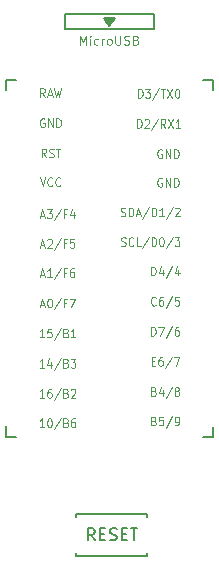
<source format=gbr>
G04 #@! TF.GenerationSoftware,KiCad,Pcbnew,(5.1.10)-1*
G04 #@! TF.CreationDate,2021-05-16T22:15:22-07:00*
G04 #@! TF.ProjectId,mkbd-guide,6d6b6264-2d67-4756-9964-652e6b696361,rev?*
G04 #@! TF.SameCoordinates,Original*
G04 #@! TF.FileFunction,Legend,Top*
G04 #@! TF.FilePolarity,Positive*
%FSLAX46Y46*%
G04 Gerber Fmt 4.6, Leading zero omitted, Abs format (unit mm)*
G04 Created by KiCad (PCBNEW (5.1.10)-1) date 2021-05-16 22:15:22*
%MOMM*%
%LPD*%
G01*
G04 APERTURE LIST*
%ADD10C,0.150000*%
%ADD11C,0.120000*%
%ADD12C,0.125000*%
%ADD13C,0.200000*%
%ADD14C,4.000000*%
%ADD15C,1.900000*%
%ADD16C,2.000000*%
G04 APERTURE END LIST*
D10*
X149156250Y-109618750D02*
X148296250Y-109618750D01*
X131656250Y-109618750D02*
X132506250Y-109618750D01*
X149156250Y-108768750D02*
X149156250Y-109618750D01*
X131656250Y-108718750D02*
X131656250Y-109618750D01*
X149156250Y-79418750D02*
X148356250Y-79418750D01*
X131656250Y-79418750D02*
X132506250Y-79418750D01*
X149156250Y-79418750D02*
X149156250Y-80268750D01*
X131656250Y-79418750D02*
X131656250Y-80268750D01*
X136656250Y-73818750D02*
X136656250Y-75118750D01*
X136656250Y-75118750D02*
X144156250Y-75118750D01*
X144156250Y-75118750D02*
X144156250Y-73818750D01*
X144156250Y-73818750D02*
X136656250Y-73818750D01*
X139906250Y-74168750D02*
X140906250Y-74168750D01*
X140906250Y-74168750D02*
X140406250Y-74818750D01*
X140406250Y-74818750D02*
X139906250Y-74168750D01*
X140056250Y-74318750D02*
X140756250Y-74318750D01*
X140156250Y-74468750D02*
X140656250Y-74468750D01*
X140256250Y-74618750D02*
X140556250Y-74618750D01*
X143606250Y-116168750D02*
X143606250Y-116418750D01*
X137606250Y-116168750D02*
X143606250Y-116168750D01*
X137606250Y-116168750D02*
X137606250Y-116418750D01*
X137606250Y-119668750D02*
X137606250Y-119418750D01*
X143606250Y-119668750D02*
X143606250Y-119418750D01*
X137606250Y-119668750D02*
X143606250Y-119668750D01*
D11*
X137909821Y-76408035D02*
X137909821Y-75658035D01*
X138159821Y-76193750D01*
X138409821Y-75658035D01*
X138409821Y-76408035D01*
X138766964Y-76408035D02*
X138766964Y-75908035D01*
X138766964Y-75658035D02*
X138731250Y-75693750D01*
X138766964Y-75729464D01*
X138802678Y-75693750D01*
X138766964Y-75658035D01*
X138766964Y-75729464D01*
X139445535Y-76372321D02*
X139374107Y-76408035D01*
X139231250Y-76408035D01*
X139159821Y-76372321D01*
X139124107Y-76336607D01*
X139088392Y-76265178D01*
X139088392Y-76050892D01*
X139124107Y-75979464D01*
X139159821Y-75943750D01*
X139231250Y-75908035D01*
X139374107Y-75908035D01*
X139445535Y-75943750D01*
X139766964Y-76408035D02*
X139766964Y-75908035D01*
X139766964Y-76050892D02*
X139802678Y-75979464D01*
X139838392Y-75943750D01*
X139909821Y-75908035D01*
X139981250Y-75908035D01*
X140338392Y-76408035D02*
X140266964Y-76372321D01*
X140231250Y-76336607D01*
X140195535Y-76265178D01*
X140195535Y-76050892D01*
X140231250Y-75979464D01*
X140266964Y-75943750D01*
X140338392Y-75908035D01*
X140445535Y-75908035D01*
X140516964Y-75943750D01*
X140552678Y-75979464D01*
X140588392Y-76050892D01*
X140588392Y-76265178D01*
X140552678Y-76336607D01*
X140516964Y-76372321D01*
X140445535Y-76408035D01*
X140338392Y-76408035D01*
X140909821Y-75658035D02*
X140909821Y-76265178D01*
X140945535Y-76336607D01*
X140981250Y-76372321D01*
X141052678Y-76408035D01*
X141195535Y-76408035D01*
X141266964Y-76372321D01*
X141302678Y-76336607D01*
X141338392Y-76265178D01*
X141338392Y-75658035D01*
X141659821Y-76372321D02*
X141766964Y-76408035D01*
X141945535Y-76408035D01*
X142016964Y-76372321D01*
X142052678Y-76336607D01*
X142088392Y-76265178D01*
X142088392Y-76193750D01*
X142052678Y-76122321D01*
X142016964Y-76086607D01*
X141945535Y-76050892D01*
X141802678Y-76015178D01*
X141731250Y-75979464D01*
X141695535Y-75943750D01*
X141659821Y-75872321D01*
X141659821Y-75800892D01*
X141695535Y-75729464D01*
X141731250Y-75693750D01*
X141802678Y-75658035D01*
X141981250Y-75658035D01*
X142088392Y-75693750D01*
X142659821Y-76015178D02*
X142766964Y-76050892D01*
X142802678Y-76086607D01*
X142838392Y-76158035D01*
X142838392Y-76265178D01*
X142802678Y-76336607D01*
X142766964Y-76372321D01*
X142695535Y-76408035D01*
X142409821Y-76408035D01*
X142409821Y-75658035D01*
X142659821Y-75658035D01*
X142731250Y-75693750D01*
X142766964Y-75729464D01*
X142802678Y-75800892D01*
X142802678Y-75872321D01*
X142766964Y-75943750D01*
X142731250Y-75979464D01*
X142659821Y-76015178D01*
X142409821Y-76015178D01*
X137909821Y-76408035D02*
X137909821Y-75658035D01*
X138159821Y-76193750D01*
X138409821Y-75658035D01*
X138409821Y-76408035D01*
X138766964Y-76408035D02*
X138766964Y-75908035D01*
X138766964Y-75658035D02*
X138731250Y-75693750D01*
X138766964Y-75729464D01*
X138802678Y-75693750D01*
X138766964Y-75658035D01*
X138766964Y-75729464D01*
X139445535Y-76372321D02*
X139374107Y-76408035D01*
X139231250Y-76408035D01*
X139159821Y-76372321D01*
X139124107Y-76336607D01*
X139088392Y-76265178D01*
X139088392Y-76050892D01*
X139124107Y-75979464D01*
X139159821Y-75943750D01*
X139231250Y-75908035D01*
X139374107Y-75908035D01*
X139445535Y-75943750D01*
X139766964Y-76408035D02*
X139766964Y-75908035D01*
X139766964Y-76050892D02*
X139802678Y-75979464D01*
X139838392Y-75943750D01*
X139909821Y-75908035D01*
X139981250Y-75908035D01*
X140338392Y-76408035D02*
X140266964Y-76372321D01*
X140231250Y-76336607D01*
X140195535Y-76265178D01*
X140195535Y-76050892D01*
X140231250Y-75979464D01*
X140266964Y-75943750D01*
X140338392Y-75908035D01*
X140445535Y-75908035D01*
X140516964Y-75943750D01*
X140552678Y-75979464D01*
X140588392Y-76050892D01*
X140588392Y-76265178D01*
X140552678Y-76336607D01*
X140516964Y-76372321D01*
X140445535Y-76408035D01*
X140338392Y-76408035D01*
X140909821Y-75658035D02*
X140909821Y-76265178D01*
X140945535Y-76336607D01*
X140981250Y-76372321D01*
X141052678Y-76408035D01*
X141195535Y-76408035D01*
X141266964Y-76372321D01*
X141302678Y-76336607D01*
X141338392Y-76265178D01*
X141338392Y-75658035D01*
X141659821Y-76372321D02*
X141766964Y-76408035D01*
X141945535Y-76408035D01*
X142016964Y-76372321D01*
X142052678Y-76336607D01*
X142088392Y-76265178D01*
X142088392Y-76193750D01*
X142052678Y-76122321D01*
X142016964Y-76086607D01*
X141945535Y-76050892D01*
X141802678Y-76015178D01*
X141731250Y-75979464D01*
X141695535Y-75943750D01*
X141659821Y-75872321D01*
X141659821Y-75800892D01*
X141695535Y-75729464D01*
X141731250Y-75693750D01*
X141802678Y-75658035D01*
X141981250Y-75658035D01*
X142088392Y-75693750D01*
X142659821Y-76015178D02*
X142766964Y-76050892D01*
X142802678Y-76086607D01*
X142838392Y-76158035D01*
X142838392Y-76265178D01*
X142802678Y-76336607D01*
X142766964Y-76372321D01*
X142695535Y-76408035D01*
X142409821Y-76408035D01*
X142409821Y-75658035D01*
X142659821Y-75658035D01*
X142731250Y-75693750D01*
X142766964Y-75729464D01*
X142802678Y-75800892D01*
X142802678Y-75872321D01*
X142766964Y-75943750D01*
X142731250Y-75979464D01*
X142659821Y-76015178D01*
X142409821Y-76015178D01*
D12*
X144170059Y-105765178D02*
X144265773Y-105800892D01*
X144297678Y-105836607D01*
X144329583Y-105908035D01*
X144329583Y-106015178D01*
X144297678Y-106086607D01*
X144265773Y-106122321D01*
X144201964Y-106158035D01*
X143946726Y-106158035D01*
X143946726Y-105408035D01*
X144170059Y-105408035D01*
X144233869Y-105443750D01*
X144265773Y-105479464D01*
X144297678Y-105550892D01*
X144297678Y-105622321D01*
X144265773Y-105693750D01*
X144233869Y-105729464D01*
X144170059Y-105765178D01*
X143946726Y-105765178D01*
X144903869Y-105658035D02*
X144903869Y-106158035D01*
X144744345Y-105372321D02*
X144584821Y-105908035D01*
X144999583Y-105908035D01*
X145733392Y-105372321D02*
X145159107Y-106336607D01*
X146052440Y-105729464D02*
X145988630Y-105693750D01*
X145956726Y-105658035D01*
X145924821Y-105586607D01*
X145924821Y-105550892D01*
X145956726Y-105479464D01*
X145988630Y-105443750D01*
X146052440Y-105408035D01*
X146180059Y-105408035D01*
X146243869Y-105443750D01*
X146275773Y-105479464D01*
X146307678Y-105550892D01*
X146307678Y-105586607D01*
X146275773Y-105658035D01*
X146243869Y-105693750D01*
X146180059Y-105729464D01*
X146052440Y-105729464D01*
X145988630Y-105765178D01*
X145956726Y-105800892D01*
X145924821Y-105872321D01*
X145924821Y-106015178D01*
X145956726Y-106086607D01*
X145988630Y-106122321D01*
X146052440Y-106158035D01*
X146180059Y-106158035D01*
X146243869Y-106122321D01*
X146275773Y-106086607D01*
X146307678Y-106015178D01*
X146307678Y-105872321D01*
X146275773Y-105800892D01*
X146243869Y-105765178D01*
X146180059Y-105729464D01*
X142742678Y-83458035D02*
X142742678Y-82708035D01*
X142902202Y-82708035D01*
X142997916Y-82743750D01*
X143061726Y-82815178D01*
X143093630Y-82886607D01*
X143125535Y-83029464D01*
X143125535Y-83136607D01*
X143093630Y-83279464D01*
X143061726Y-83350892D01*
X142997916Y-83422321D01*
X142902202Y-83458035D01*
X142742678Y-83458035D01*
X143380773Y-82779464D02*
X143412678Y-82743750D01*
X143476488Y-82708035D01*
X143636011Y-82708035D01*
X143699821Y-82743750D01*
X143731726Y-82779464D01*
X143763630Y-82850892D01*
X143763630Y-82922321D01*
X143731726Y-83029464D01*
X143348869Y-83458035D01*
X143763630Y-83458035D01*
X144529345Y-82672321D02*
X143955059Y-83636607D01*
X145135535Y-83458035D02*
X144912202Y-83100892D01*
X144752678Y-83458035D02*
X144752678Y-82708035D01*
X145007916Y-82708035D01*
X145071726Y-82743750D01*
X145103630Y-82779464D01*
X145135535Y-82850892D01*
X145135535Y-82958035D01*
X145103630Y-83029464D01*
X145071726Y-83065178D01*
X145007916Y-83100892D01*
X144752678Y-83100892D01*
X145358869Y-82708035D02*
X145805535Y-83458035D01*
X145805535Y-82708035D02*
X145358869Y-83458035D01*
X146411726Y-83458035D02*
X146028869Y-83458035D01*
X146220297Y-83458035D02*
X146220297Y-82708035D01*
X146156488Y-82815178D01*
X146092678Y-82886607D01*
X146028869Y-82922321D01*
X144170059Y-108265178D02*
X144265773Y-108300892D01*
X144297678Y-108336607D01*
X144329583Y-108408035D01*
X144329583Y-108515178D01*
X144297678Y-108586607D01*
X144265773Y-108622321D01*
X144201964Y-108658035D01*
X143946726Y-108658035D01*
X143946726Y-107908035D01*
X144170059Y-107908035D01*
X144233869Y-107943750D01*
X144265773Y-107979464D01*
X144297678Y-108050892D01*
X144297678Y-108122321D01*
X144265773Y-108193750D01*
X144233869Y-108229464D01*
X144170059Y-108265178D01*
X143946726Y-108265178D01*
X144935773Y-107908035D02*
X144616726Y-107908035D01*
X144584821Y-108265178D01*
X144616726Y-108229464D01*
X144680535Y-108193750D01*
X144840059Y-108193750D01*
X144903869Y-108229464D01*
X144935773Y-108265178D01*
X144967678Y-108336607D01*
X144967678Y-108515178D01*
X144935773Y-108586607D01*
X144903869Y-108622321D01*
X144840059Y-108658035D01*
X144680535Y-108658035D01*
X144616726Y-108622321D01*
X144584821Y-108586607D01*
X145733392Y-107872321D02*
X145159107Y-108836607D01*
X145988630Y-108658035D02*
X146116250Y-108658035D01*
X146180059Y-108622321D01*
X146211964Y-108586607D01*
X146275773Y-108479464D01*
X146307678Y-108336607D01*
X146307678Y-108050892D01*
X146275773Y-107979464D01*
X146243869Y-107943750D01*
X146180059Y-107908035D01*
X146052440Y-107908035D01*
X145988630Y-107943750D01*
X145956726Y-107979464D01*
X145924821Y-108050892D01*
X145924821Y-108229464D01*
X145956726Y-108300892D01*
X145988630Y-108336607D01*
X146052440Y-108372321D01*
X146180059Y-108372321D01*
X146243869Y-108336607D01*
X146275773Y-108300892D01*
X146307678Y-108229464D01*
X144329583Y-98436607D02*
X144297678Y-98472321D01*
X144201964Y-98508035D01*
X144138154Y-98508035D01*
X144042440Y-98472321D01*
X143978630Y-98400892D01*
X143946726Y-98329464D01*
X143914821Y-98186607D01*
X143914821Y-98079464D01*
X143946726Y-97936607D01*
X143978630Y-97865178D01*
X144042440Y-97793750D01*
X144138154Y-97758035D01*
X144201964Y-97758035D01*
X144297678Y-97793750D01*
X144329583Y-97829464D01*
X144903869Y-97758035D02*
X144776250Y-97758035D01*
X144712440Y-97793750D01*
X144680535Y-97829464D01*
X144616726Y-97936607D01*
X144584821Y-98079464D01*
X144584821Y-98365178D01*
X144616726Y-98436607D01*
X144648630Y-98472321D01*
X144712440Y-98508035D01*
X144840059Y-98508035D01*
X144903869Y-98472321D01*
X144935773Y-98436607D01*
X144967678Y-98365178D01*
X144967678Y-98186607D01*
X144935773Y-98115178D01*
X144903869Y-98079464D01*
X144840059Y-98043750D01*
X144712440Y-98043750D01*
X144648630Y-98079464D01*
X144616726Y-98115178D01*
X144584821Y-98186607D01*
X145733392Y-97722321D02*
X145159107Y-98686607D01*
X146275773Y-97758035D02*
X145956726Y-97758035D01*
X145924821Y-98115178D01*
X145956726Y-98079464D01*
X146020535Y-98043750D01*
X146180059Y-98043750D01*
X146243869Y-98079464D01*
X146275773Y-98115178D01*
X146307678Y-98186607D01*
X146307678Y-98365178D01*
X146275773Y-98436607D01*
X146243869Y-98472321D01*
X146180059Y-98508035D01*
X146020535Y-98508035D01*
X145956726Y-98472321D01*
X145924821Y-98436607D01*
X141388630Y-93422321D02*
X141484345Y-93458035D01*
X141643869Y-93458035D01*
X141707678Y-93422321D01*
X141739583Y-93386607D01*
X141771488Y-93315178D01*
X141771488Y-93243750D01*
X141739583Y-93172321D01*
X141707678Y-93136607D01*
X141643869Y-93100892D01*
X141516250Y-93065178D01*
X141452440Y-93029464D01*
X141420535Y-92993750D01*
X141388630Y-92922321D01*
X141388630Y-92850892D01*
X141420535Y-92779464D01*
X141452440Y-92743750D01*
X141516250Y-92708035D01*
X141675773Y-92708035D01*
X141771488Y-92743750D01*
X142441488Y-93386607D02*
X142409583Y-93422321D01*
X142313869Y-93458035D01*
X142250059Y-93458035D01*
X142154345Y-93422321D01*
X142090535Y-93350892D01*
X142058630Y-93279464D01*
X142026726Y-93136607D01*
X142026726Y-93029464D01*
X142058630Y-92886607D01*
X142090535Y-92815178D01*
X142154345Y-92743750D01*
X142250059Y-92708035D01*
X142313869Y-92708035D01*
X142409583Y-92743750D01*
X142441488Y-92779464D01*
X143047678Y-93458035D02*
X142728630Y-93458035D01*
X142728630Y-92708035D01*
X143749583Y-92672321D02*
X143175297Y-93636607D01*
X143972916Y-93458035D02*
X143972916Y-92708035D01*
X144132440Y-92708035D01*
X144228154Y-92743750D01*
X144291964Y-92815178D01*
X144323869Y-92886607D01*
X144355773Y-93029464D01*
X144355773Y-93136607D01*
X144323869Y-93279464D01*
X144291964Y-93350892D01*
X144228154Y-93422321D01*
X144132440Y-93458035D01*
X143972916Y-93458035D01*
X144770535Y-92708035D02*
X144834345Y-92708035D01*
X144898154Y-92743750D01*
X144930059Y-92779464D01*
X144961964Y-92850892D01*
X144993869Y-92993750D01*
X144993869Y-93172321D01*
X144961964Y-93315178D01*
X144930059Y-93386607D01*
X144898154Y-93422321D01*
X144834345Y-93458035D01*
X144770535Y-93458035D01*
X144706726Y-93422321D01*
X144674821Y-93386607D01*
X144642916Y-93315178D01*
X144611011Y-93172321D01*
X144611011Y-92993750D01*
X144642916Y-92850892D01*
X144674821Y-92779464D01*
X144706726Y-92743750D01*
X144770535Y-92708035D01*
X145759583Y-92672321D02*
X145185297Y-93636607D01*
X145919107Y-92708035D02*
X146333869Y-92708035D01*
X146110535Y-92993750D01*
X146206250Y-92993750D01*
X146270059Y-93029464D01*
X146301964Y-93065178D01*
X146333869Y-93136607D01*
X146333869Y-93315178D01*
X146301964Y-93386607D01*
X146270059Y-93422321D01*
X146206250Y-93458035D01*
X146014821Y-93458035D01*
X145951011Y-93422321D01*
X145919107Y-93386607D01*
X141372678Y-90922321D02*
X141468392Y-90958035D01*
X141627916Y-90958035D01*
X141691726Y-90922321D01*
X141723630Y-90886607D01*
X141755535Y-90815178D01*
X141755535Y-90743750D01*
X141723630Y-90672321D01*
X141691726Y-90636607D01*
X141627916Y-90600892D01*
X141500297Y-90565178D01*
X141436488Y-90529464D01*
X141404583Y-90493750D01*
X141372678Y-90422321D01*
X141372678Y-90350892D01*
X141404583Y-90279464D01*
X141436488Y-90243750D01*
X141500297Y-90208035D01*
X141659821Y-90208035D01*
X141755535Y-90243750D01*
X142042678Y-90958035D02*
X142042678Y-90208035D01*
X142202202Y-90208035D01*
X142297916Y-90243750D01*
X142361726Y-90315178D01*
X142393630Y-90386607D01*
X142425535Y-90529464D01*
X142425535Y-90636607D01*
X142393630Y-90779464D01*
X142361726Y-90850892D01*
X142297916Y-90922321D01*
X142202202Y-90958035D01*
X142042678Y-90958035D01*
X142680773Y-90743750D02*
X142999821Y-90743750D01*
X142616964Y-90958035D02*
X142840297Y-90208035D01*
X143063630Y-90958035D01*
X143765535Y-90172321D02*
X143191250Y-91136607D01*
X143988869Y-90958035D02*
X143988869Y-90208035D01*
X144148392Y-90208035D01*
X144244107Y-90243750D01*
X144307916Y-90315178D01*
X144339821Y-90386607D01*
X144371726Y-90529464D01*
X144371726Y-90636607D01*
X144339821Y-90779464D01*
X144307916Y-90850892D01*
X144244107Y-90922321D01*
X144148392Y-90958035D01*
X143988869Y-90958035D01*
X145009821Y-90958035D02*
X144626964Y-90958035D01*
X144818392Y-90958035D02*
X144818392Y-90208035D01*
X144754583Y-90315178D01*
X144690773Y-90386607D01*
X144626964Y-90422321D01*
X145775535Y-90172321D02*
X145201250Y-91136607D01*
X145966964Y-90279464D02*
X145998869Y-90243750D01*
X146062678Y-90208035D01*
X146222202Y-90208035D01*
X146286011Y-90243750D01*
X146317916Y-90279464D01*
X146349821Y-90350892D01*
X146349821Y-90422321D01*
X146317916Y-90529464D01*
X145935059Y-90958035D01*
X146349821Y-90958035D01*
X143946726Y-95958035D02*
X143946726Y-95208035D01*
X144106250Y-95208035D01*
X144201964Y-95243750D01*
X144265773Y-95315178D01*
X144297678Y-95386607D01*
X144329583Y-95529464D01*
X144329583Y-95636607D01*
X144297678Y-95779464D01*
X144265773Y-95850892D01*
X144201964Y-95922321D01*
X144106250Y-95958035D01*
X143946726Y-95958035D01*
X144903869Y-95458035D02*
X144903869Y-95958035D01*
X144744345Y-95172321D02*
X144584821Y-95708035D01*
X144999583Y-95708035D01*
X145733392Y-95172321D02*
X145159107Y-96136607D01*
X146243869Y-95458035D02*
X146243869Y-95958035D01*
X146084345Y-95172321D02*
X145924821Y-95708035D01*
X146339583Y-95708035D01*
X142822440Y-80908035D02*
X142822440Y-80158035D01*
X142981964Y-80158035D01*
X143077678Y-80193750D01*
X143141488Y-80265178D01*
X143173392Y-80336607D01*
X143205297Y-80479464D01*
X143205297Y-80586607D01*
X143173392Y-80729464D01*
X143141488Y-80800892D01*
X143077678Y-80872321D01*
X142981964Y-80908035D01*
X142822440Y-80908035D01*
X143428630Y-80158035D02*
X143843392Y-80158035D01*
X143620059Y-80443750D01*
X143715773Y-80443750D01*
X143779583Y-80479464D01*
X143811488Y-80515178D01*
X143843392Y-80586607D01*
X143843392Y-80765178D01*
X143811488Y-80836607D01*
X143779583Y-80872321D01*
X143715773Y-80908035D01*
X143524345Y-80908035D01*
X143460535Y-80872321D01*
X143428630Y-80836607D01*
X144609107Y-80122321D02*
X144034821Y-81086607D01*
X144736726Y-80158035D02*
X145119583Y-80158035D01*
X144928154Y-80908035D02*
X144928154Y-80158035D01*
X145279107Y-80158035D02*
X145725773Y-80908035D01*
X145725773Y-80158035D02*
X145279107Y-80908035D01*
X146108630Y-80158035D02*
X146172440Y-80158035D01*
X146236250Y-80193750D01*
X146268154Y-80229464D01*
X146300059Y-80300892D01*
X146331964Y-80443750D01*
X146331964Y-80622321D01*
X146300059Y-80765178D01*
X146268154Y-80836607D01*
X146236250Y-80872321D01*
X146172440Y-80908035D01*
X146108630Y-80908035D01*
X146044821Y-80872321D01*
X146012916Y-80836607D01*
X145981011Y-80765178D01*
X145949107Y-80622321D01*
X145949107Y-80443750D01*
X145981011Y-80300892D01*
X146012916Y-80229464D01*
X146044821Y-80193750D01*
X146108630Y-80158035D01*
X144850773Y-87743750D02*
X144786964Y-87708035D01*
X144691250Y-87708035D01*
X144595535Y-87743750D01*
X144531726Y-87815178D01*
X144499821Y-87886607D01*
X144467916Y-88029464D01*
X144467916Y-88136607D01*
X144499821Y-88279464D01*
X144531726Y-88350892D01*
X144595535Y-88422321D01*
X144691250Y-88458035D01*
X144755059Y-88458035D01*
X144850773Y-88422321D01*
X144882678Y-88386607D01*
X144882678Y-88136607D01*
X144755059Y-88136607D01*
X145169821Y-88458035D02*
X145169821Y-87708035D01*
X145552678Y-88458035D01*
X145552678Y-87708035D01*
X145871726Y-88458035D02*
X145871726Y-87708035D01*
X146031250Y-87708035D01*
X146126964Y-87743750D01*
X146190773Y-87815178D01*
X146222678Y-87886607D01*
X146254583Y-88029464D01*
X146254583Y-88136607D01*
X146222678Y-88279464D01*
X146190773Y-88350892D01*
X146126964Y-88422321D01*
X146031250Y-88458035D01*
X145871726Y-88458035D01*
X144850773Y-85293750D02*
X144786964Y-85258035D01*
X144691250Y-85258035D01*
X144595535Y-85293750D01*
X144531726Y-85365178D01*
X144499821Y-85436607D01*
X144467916Y-85579464D01*
X144467916Y-85686607D01*
X144499821Y-85829464D01*
X144531726Y-85900892D01*
X144595535Y-85972321D01*
X144691250Y-86008035D01*
X144755059Y-86008035D01*
X144850773Y-85972321D01*
X144882678Y-85936607D01*
X144882678Y-85686607D01*
X144755059Y-85686607D01*
X145169821Y-86008035D02*
X145169821Y-85258035D01*
X145552678Y-86008035D01*
X145552678Y-85258035D01*
X145871726Y-86008035D02*
X145871726Y-85258035D01*
X146031250Y-85258035D01*
X146126964Y-85293750D01*
X146190773Y-85365178D01*
X146222678Y-85436607D01*
X146254583Y-85579464D01*
X146254583Y-85686607D01*
X146222678Y-85829464D01*
X146190773Y-85900892D01*
X146126964Y-85972321D01*
X146031250Y-86008035D01*
X145871726Y-86008035D01*
X143946726Y-101058035D02*
X143946726Y-100308035D01*
X144106250Y-100308035D01*
X144201964Y-100343750D01*
X144265773Y-100415178D01*
X144297678Y-100486607D01*
X144329583Y-100629464D01*
X144329583Y-100736607D01*
X144297678Y-100879464D01*
X144265773Y-100950892D01*
X144201964Y-101022321D01*
X144106250Y-101058035D01*
X143946726Y-101058035D01*
X144552916Y-100308035D02*
X144999583Y-100308035D01*
X144712440Y-101058035D01*
X145733392Y-100272321D02*
X145159107Y-101236607D01*
X146243869Y-100308035D02*
X146116250Y-100308035D01*
X146052440Y-100343750D01*
X146020535Y-100379464D01*
X145956726Y-100486607D01*
X145924821Y-100629464D01*
X145924821Y-100915178D01*
X145956726Y-100986607D01*
X145988630Y-101022321D01*
X146052440Y-101058035D01*
X146180059Y-101058035D01*
X146243869Y-101022321D01*
X146275773Y-100986607D01*
X146307678Y-100915178D01*
X146307678Y-100736607D01*
X146275773Y-100665178D01*
X146243869Y-100629464D01*
X146180059Y-100593750D01*
X146052440Y-100593750D01*
X145988630Y-100629464D01*
X145956726Y-100665178D01*
X145924821Y-100736607D01*
X143978630Y-103215178D02*
X144201964Y-103215178D01*
X144297678Y-103608035D02*
X143978630Y-103608035D01*
X143978630Y-102858035D01*
X144297678Y-102858035D01*
X144871964Y-102858035D02*
X144744345Y-102858035D01*
X144680535Y-102893750D01*
X144648630Y-102929464D01*
X144584821Y-103036607D01*
X144552916Y-103179464D01*
X144552916Y-103465178D01*
X144584821Y-103536607D01*
X144616726Y-103572321D01*
X144680535Y-103608035D01*
X144808154Y-103608035D01*
X144871964Y-103572321D01*
X144903869Y-103536607D01*
X144935773Y-103465178D01*
X144935773Y-103286607D01*
X144903869Y-103215178D01*
X144871964Y-103179464D01*
X144808154Y-103143750D01*
X144680535Y-103143750D01*
X144616726Y-103179464D01*
X144584821Y-103215178D01*
X144552916Y-103286607D01*
X145701488Y-102822321D02*
X145127202Y-103786607D01*
X145861011Y-102858035D02*
X146307678Y-102858035D01*
X146020535Y-103608035D01*
X134878630Y-106308035D02*
X134495773Y-106308035D01*
X134687202Y-106308035D02*
X134687202Y-105558035D01*
X134623392Y-105665178D01*
X134559583Y-105736607D01*
X134495773Y-105772321D01*
X135452916Y-105558035D02*
X135325297Y-105558035D01*
X135261488Y-105593750D01*
X135229583Y-105629464D01*
X135165773Y-105736607D01*
X135133869Y-105879464D01*
X135133869Y-106165178D01*
X135165773Y-106236607D01*
X135197678Y-106272321D01*
X135261488Y-106308035D01*
X135389107Y-106308035D01*
X135452916Y-106272321D01*
X135484821Y-106236607D01*
X135516726Y-106165178D01*
X135516726Y-105986607D01*
X135484821Y-105915178D01*
X135452916Y-105879464D01*
X135389107Y-105843750D01*
X135261488Y-105843750D01*
X135197678Y-105879464D01*
X135165773Y-105915178D01*
X135133869Y-105986607D01*
X136282440Y-105522321D02*
X135708154Y-106486607D01*
X136729107Y-105915178D02*
X136824821Y-105950892D01*
X136856726Y-105986607D01*
X136888630Y-106058035D01*
X136888630Y-106165178D01*
X136856726Y-106236607D01*
X136824821Y-106272321D01*
X136761011Y-106308035D01*
X136505773Y-106308035D01*
X136505773Y-105558035D01*
X136729107Y-105558035D01*
X136792916Y-105593750D01*
X136824821Y-105629464D01*
X136856726Y-105700892D01*
X136856726Y-105772321D01*
X136824821Y-105843750D01*
X136792916Y-105879464D01*
X136729107Y-105915178D01*
X136505773Y-105915178D01*
X137143869Y-105629464D02*
X137175773Y-105593750D01*
X137239583Y-105558035D01*
X137399107Y-105558035D01*
X137462916Y-105593750D01*
X137494821Y-105629464D01*
X137526726Y-105700892D01*
X137526726Y-105772321D01*
X137494821Y-105879464D01*
X137111964Y-106308035D01*
X137526726Y-106308035D01*
X134878630Y-108808035D02*
X134495773Y-108808035D01*
X134687202Y-108808035D02*
X134687202Y-108058035D01*
X134623392Y-108165178D01*
X134559583Y-108236607D01*
X134495773Y-108272321D01*
X135293392Y-108058035D02*
X135357202Y-108058035D01*
X135421011Y-108093750D01*
X135452916Y-108129464D01*
X135484821Y-108200892D01*
X135516726Y-108343750D01*
X135516726Y-108522321D01*
X135484821Y-108665178D01*
X135452916Y-108736607D01*
X135421011Y-108772321D01*
X135357202Y-108808035D01*
X135293392Y-108808035D01*
X135229583Y-108772321D01*
X135197678Y-108736607D01*
X135165773Y-108665178D01*
X135133869Y-108522321D01*
X135133869Y-108343750D01*
X135165773Y-108200892D01*
X135197678Y-108129464D01*
X135229583Y-108093750D01*
X135293392Y-108058035D01*
X136282440Y-108022321D02*
X135708154Y-108986607D01*
X136729107Y-108415178D02*
X136824821Y-108450892D01*
X136856726Y-108486607D01*
X136888630Y-108558035D01*
X136888630Y-108665178D01*
X136856726Y-108736607D01*
X136824821Y-108772321D01*
X136761011Y-108808035D01*
X136505773Y-108808035D01*
X136505773Y-108058035D01*
X136729107Y-108058035D01*
X136792916Y-108093750D01*
X136824821Y-108129464D01*
X136856726Y-108200892D01*
X136856726Y-108272321D01*
X136824821Y-108343750D01*
X136792916Y-108379464D01*
X136729107Y-108415178D01*
X136505773Y-108415178D01*
X137462916Y-108058035D02*
X137335297Y-108058035D01*
X137271488Y-108093750D01*
X137239583Y-108129464D01*
X137175773Y-108236607D01*
X137143869Y-108379464D01*
X137143869Y-108665178D01*
X137175773Y-108736607D01*
X137207678Y-108772321D01*
X137271488Y-108808035D01*
X137399107Y-108808035D01*
X137462916Y-108772321D01*
X137494821Y-108736607D01*
X137526726Y-108665178D01*
X137526726Y-108486607D01*
X137494821Y-108415178D01*
X137462916Y-108379464D01*
X137399107Y-108343750D01*
X137271488Y-108343750D01*
X137207678Y-108379464D01*
X137175773Y-108415178D01*
X137143869Y-108486607D01*
X134878630Y-103758035D02*
X134495773Y-103758035D01*
X134687202Y-103758035D02*
X134687202Y-103008035D01*
X134623392Y-103115178D01*
X134559583Y-103186607D01*
X134495773Y-103222321D01*
X135452916Y-103258035D02*
X135452916Y-103758035D01*
X135293392Y-102972321D02*
X135133869Y-103508035D01*
X135548630Y-103508035D01*
X136282440Y-102972321D02*
X135708154Y-103936607D01*
X136729107Y-103365178D02*
X136824821Y-103400892D01*
X136856726Y-103436607D01*
X136888630Y-103508035D01*
X136888630Y-103615178D01*
X136856726Y-103686607D01*
X136824821Y-103722321D01*
X136761011Y-103758035D01*
X136505773Y-103758035D01*
X136505773Y-103008035D01*
X136729107Y-103008035D01*
X136792916Y-103043750D01*
X136824821Y-103079464D01*
X136856726Y-103150892D01*
X136856726Y-103222321D01*
X136824821Y-103293750D01*
X136792916Y-103329464D01*
X136729107Y-103365178D01*
X136505773Y-103365178D01*
X137111964Y-103008035D02*
X137526726Y-103008035D01*
X137303392Y-103293750D01*
X137399107Y-103293750D01*
X137462916Y-103329464D01*
X137494821Y-103365178D01*
X137526726Y-103436607D01*
X137526726Y-103615178D01*
X137494821Y-103686607D01*
X137462916Y-103722321D01*
X137399107Y-103758035D01*
X137207678Y-103758035D01*
X137143869Y-103722321D01*
X137111964Y-103686607D01*
X134878630Y-101208035D02*
X134495773Y-101208035D01*
X134687202Y-101208035D02*
X134687202Y-100458035D01*
X134623392Y-100565178D01*
X134559583Y-100636607D01*
X134495773Y-100672321D01*
X135484821Y-100458035D02*
X135165773Y-100458035D01*
X135133869Y-100815178D01*
X135165773Y-100779464D01*
X135229583Y-100743750D01*
X135389107Y-100743750D01*
X135452916Y-100779464D01*
X135484821Y-100815178D01*
X135516726Y-100886607D01*
X135516726Y-101065178D01*
X135484821Y-101136607D01*
X135452916Y-101172321D01*
X135389107Y-101208035D01*
X135229583Y-101208035D01*
X135165773Y-101172321D01*
X135133869Y-101136607D01*
X136282440Y-100422321D02*
X135708154Y-101386607D01*
X136729107Y-100815178D02*
X136824821Y-100850892D01*
X136856726Y-100886607D01*
X136888630Y-100958035D01*
X136888630Y-101065178D01*
X136856726Y-101136607D01*
X136824821Y-101172321D01*
X136761011Y-101208035D01*
X136505773Y-101208035D01*
X136505773Y-100458035D01*
X136729107Y-100458035D01*
X136792916Y-100493750D01*
X136824821Y-100529464D01*
X136856726Y-100600892D01*
X136856726Y-100672321D01*
X136824821Y-100743750D01*
X136792916Y-100779464D01*
X136729107Y-100815178D01*
X136505773Y-100815178D01*
X137526726Y-101208035D02*
X137143869Y-101208035D01*
X137335297Y-101208035D02*
X137335297Y-100458035D01*
X137271488Y-100565178D01*
X137207678Y-100636607D01*
X137143869Y-100672321D01*
X134575535Y-98443750D02*
X134894583Y-98443750D01*
X134511726Y-98658035D02*
X134735059Y-97908035D01*
X134958392Y-98658035D01*
X135309345Y-97908035D02*
X135373154Y-97908035D01*
X135436964Y-97943750D01*
X135468869Y-97979464D01*
X135500773Y-98050892D01*
X135532678Y-98193750D01*
X135532678Y-98372321D01*
X135500773Y-98515178D01*
X135468869Y-98586607D01*
X135436964Y-98622321D01*
X135373154Y-98658035D01*
X135309345Y-98658035D01*
X135245535Y-98622321D01*
X135213630Y-98586607D01*
X135181726Y-98515178D01*
X135149821Y-98372321D01*
X135149821Y-98193750D01*
X135181726Y-98050892D01*
X135213630Y-97979464D01*
X135245535Y-97943750D01*
X135309345Y-97908035D01*
X136298392Y-97872321D02*
X135724107Y-98836607D01*
X136745059Y-98265178D02*
X136521726Y-98265178D01*
X136521726Y-98658035D02*
X136521726Y-97908035D01*
X136840773Y-97908035D01*
X137032202Y-97908035D02*
X137478869Y-97908035D01*
X137191726Y-98658035D01*
X134575535Y-95893750D02*
X134894583Y-95893750D01*
X134511726Y-96108035D02*
X134735059Y-95358035D01*
X134958392Y-96108035D01*
X135532678Y-96108035D02*
X135149821Y-96108035D01*
X135341250Y-96108035D02*
X135341250Y-95358035D01*
X135277440Y-95465178D01*
X135213630Y-95536607D01*
X135149821Y-95572321D01*
X136298392Y-95322321D02*
X135724107Y-96286607D01*
X136745059Y-95715178D02*
X136521726Y-95715178D01*
X136521726Y-96108035D02*
X136521726Y-95358035D01*
X136840773Y-95358035D01*
X137383154Y-95358035D02*
X137255535Y-95358035D01*
X137191726Y-95393750D01*
X137159821Y-95429464D01*
X137096011Y-95536607D01*
X137064107Y-95679464D01*
X137064107Y-95965178D01*
X137096011Y-96036607D01*
X137127916Y-96072321D01*
X137191726Y-96108035D01*
X137319345Y-96108035D01*
X137383154Y-96072321D01*
X137415059Y-96036607D01*
X137446964Y-95965178D01*
X137446964Y-95786607D01*
X137415059Y-95715178D01*
X137383154Y-95679464D01*
X137319345Y-95643750D01*
X137191726Y-95643750D01*
X137127916Y-95679464D01*
X137096011Y-95715178D01*
X137064107Y-95786607D01*
X134575535Y-93393750D02*
X134894583Y-93393750D01*
X134511726Y-93608035D02*
X134735059Y-92858035D01*
X134958392Y-93608035D01*
X135149821Y-92929464D02*
X135181726Y-92893750D01*
X135245535Y-92858035D01*
X135405059Y-92858035D01*
X135468869Y-92893750D01*
X135500773Y-92929464D01*
X135532678Y-93000892D01*
X135532678Y-93072321D01*
X135500773Y-93179464D01*
X135117916Y-93608035D01*
X135532678Y-93608035D01*
X136298392Y-92822321D02*
X135724107Y-93786607D01*
X136745059Y-93215178D02*
X136521726Y-93215178D01*
X136521726Y-93608035D02*
X136521726Y-92858035D01*
X136840773Y-92858035D01*
X137415059Y-92858035D02*
X137096011Y-92858035D01*
X137064107Y-93215178D01*
X137096011Y-93179464D01*
X137159821Y-93143750D01*
X137319345Y-93143750D01*
X137383154Y-93179464D01*
X137415059Y-93215178D01*
X137446964Y-93286607D01*
X137446964Y-93465178D01*
X137415059Y-93536607D01*
X137383154Y-93572321D01*
X137319345Y-93608035D01*
X137159821Y-93608035D01*
X137096011Y-93572321D01*
X137064107Y-93536607D01*
X134575535Y-90893750D02*
X134894583Y-90893750D01*
X134511726Y-91108035D02*
X134735059Y-90358035D01*
X134958392Y-91108035D01*
X135117916Y-90358035D02*
X135532678Y-90358035D01*
X135309345Y-90643750D01*
X135405059Y-90643750D01*
X135468869Y-90679464D01*
X135500773Y-90715178D01*
X135532678Y-90786607D01*
X135532678Y-90965178D01*
X135500773Y-91036607D01*
X135468869Y-91072321D01*
X135405059Y-91108035D01*
X135213630Y-91108035D01*
X135149821Y-91072321D01*
X135117916Y-91036607D01*
X136298392Y-90322321D02*
X135724107Y-91286607D01*
X136745059Y-90715178D02*
X136521726Y-90715178D01*
X136521726Y-91108035D02*
X136521726Y-90358035D01*
X136840773Y-90358035D01*
X137383154Y-90608035D02*
X137383154Y-91108035D01*
X137223630Y-90322321D02*
X137064107Y-90858035D01*
X137478869Y-90858035D01*
X134517916Y-87658035D02*
X134741250Y-88408035D01*
X134964583Y-87658035D01*
X135570773Y-88336607D02*
X135538869Y-88372321D01*
X135443154Y-88408035D01*
X135379345Y-88408035D01*
X135283630Y-88372321D01*
X135219821Y-88300892D01*
X135187916Y-88229464D01*
X135156011Y-88086607D01*
X135156011Y-87979464D01*
X135187916Y-87836607D01*
X135219821Y-87765178D01*
X135283630Y-87693750D01*
X135379345Y-87658035D01*
X135443154Y-87658035D01*
X135538869Y-87693750D01*
X135570773Y-87729464D01*
X136240773Y-88336607D02*
X136208869Y-88372321D01*
X136113154Y-88408035D01*
X136049345Y-88408035D01*
X135953630Y-88372321D01*
X135889821Y-88300892D01*
X135857916Y-88229464D01*
X135826011Y-88086607D01*
X135826011Y-87979464D01*
X135857916Y-87836607D01*
X135889821Y-87765178D01*
X135953630Y-87693750D01*
X136049345Y-87658035D01*
X136113154Y-87658035D01*
X136208869Y-87693750D01*
X136240773Y-87729464D01*
X135044345Y-85958035D02*
X134821011Y-85600892D01*
X134661488Y-85958035D02*
X134661488Y-85208035D01*
X134916726Y-85208035D01*
X134980535Y-85243750D01*
X135012440Y-85279464D01*
X135044345Y-85350892D01*
X135044345Y-85458035D01*
X135012440Y-85529464D01*
X134980535Y-85565178D01*
X134916726Y-85600892D01*
X134661488Y-85600892D01*
X135299583Y-85922321D02*
X135395297Y-85958035D01*
X135554821Y-85958035D01*
X135618630Y-85922321D01*
X135650535Y-85886607D01*
X135682440Y-85815178D01*
X135682440Y-85743750D01*
X135650535Y-85672321D01*
X135618630Y-85636607D01*
X135554821Y-85600892D01*
X135427202Y-85565178D01*
X135363392Y-85529464D01*
X135331488Y-85493750D01*
X135299583Y-85422321D01*
X135299583Y-85350892D01*
X135331488Y-85279464D01*
X135363392Y-85243750D01*
X135427202Y-85208035D01*
X135586726Y-85208035D01*
X135682440Y-85243750D01*
X135873869Y-85208035D02*
X136256726Y-85208035D01*
X136065297Y-85958035D02*
X136065297Y-85208035D01*
X134900773Y-82693750D02*
X134836964Y-82658035D01*
X134741250Y-82658035D01*
X134645535Y-82693750D01*
X134581726Y-82765178D01*
X134549821Y-82836607D01*
X134517916Y-82979464D01*
X134517916Y-83086607D01*
X134549821Y-83229464D01*
X134581726Y-83300892D01*
X134645535Y-83372321D01*
X134741250Y-83408035D01*
X134805059Y-83408035D01*
X134900773Y-83372321D01*
X134932678Y-83336607D01*
X134932678Y-83086607D01*
X134805059Y-83086607D01*
X135219821Y-83408035D02*
X135219821Y-82658035D01*
X135602678Y-83408035D01*
X135602678Y-82658035D01*
X135921726Y-83408035D02*
X135921726Y-82658035D01*
X136081250Y-82658035D01*
X136176964Y-82693750D01*
X136240773Y-82765178D01*
X136272678Y-82836607D01*
X136304583Y-82979464D01*
X136304583Y-83086607D01*
X136272678Y-83229464D01*
X136240773Y-83300892D01*
X136176964Y-83372321D01*
X136081250Y-83408035D01*
X135921726Y-83408035D01*
X134948630Y-80858035D02*
X134725297Y-80500892D01*
X134565773Y-80858035D02*
X134565773Y-80108035D01*
X134821011Y-80108035D01*
X134884821Y-80143750D01*
X134916726Y-80179464D01*
X134948630Y-80250892D01*
X134948630Y-80358035D01*
X134916726Y-80429464D01*
X134884821Y-80465178D01*
X134821011Y-80500892D01*
X134565773Y-80500892D01*
X135203869Y-80643750D02*
X135522916Y-80643750D01*
X135140059Y-80858035D02*
X135363392Y-80108035D01*
X135586726Y-80858035D01*
X135746250Y-80108035D02*
X135905773Y-80858035D01*
X136033392Y-80322321D01*
X136161011Y-80858035D01*
X136320535Y-80108035D01*
D10*
X139153869Y-118371130D02*
X138820535Y-117894940D01*
X138582440Y-118371130D02*
X138582440Y-117371130D01*
X138963392Y-117371130D01*
X139058630Y-117418750D01*
X139106250Y-117466369D01*
X139153869Y-117561607D01*
X139153869Y-117704464D01*
X139106250Y-117799702D01*
X139058630Y-117847321D01*
X138963392Y-117894940D01*
X138582440Y-117894940D01*
X139582440Y-117847321D02*
X139915773Y-117847321D01*
X140058630Y-118371130D02*
X139582440Y-118371130D01*
X139582440Y-117371130D01*
X140058630Y-117371130D01*
X140439583Y-118323511D02*
X140582440Y-118371130D01*
X140820535Y-118371130D01*
X140915773Y-118323511D01*
X140963392Y-118275892D01*
X141011011Y-118180654D01*
X141011011Y-118085416D01*
X140963392Y-117990178D01*
X140915773Y-117942559D01*
X140820535Y-117894940D01*
X140630059Y-117847321D01*
X140534821Y-117799702D01*
X140487202Y-117752083D01*
X140439583Y-117656845D01*
X140439583Y-117561607D01*
X140487202Y-117466369D01*
X140534821Y-117418750D01*
X140630059Y-117371130D01*
X140868154Y-117371130D01*
X141011011Y-117418750D01*
X141439583Y-117847321D02*
X141772916Y-117847321D01*
X141915773Y-118371130D02*
X141439583Y-118371130D01*
X141439583Y-117371130D01*
X141915773Y-117371130D01*
X142201488Y-117371130D02*
X142772916Y-117371130D01*
X142487202Y-118371130D02*
X142487202Y-117371130D01*
%LPC*%
D13*
X177111666Y-124531380D02*
X177111666Y-123531380D01*
X177445000Y-124245666D01*
X177778333Y-123531380D01*
X177778333Y-124531380D01*
X178159285Y-123864714D02*
X178397380Y-124531380D01*
X178635476Y-123864714D02*
X178397380Y-124531380D01*
X178302142Y-124769476D01*
X178254523Y-124817095D01*
X178159285Y-124864714D01*
X180206904Y-124531380D02*
X180206904Y-124007571D01*
X180159285Y-123912333D01*
X180064047Y-123864714D01*
X179873571Y-123864714D01*
X179778333Y-123912333D01*
X180206904Y-124483761D02*
X180111666Y-124531380D01*
X179873571Y-124531380D01*
X179778333Y-124483761D01*
X179730714Y-124388523D01*
X179730714Y-124293285D01*
X179778333Y-124198047D01*
X179873571Y-124150428D01*
X180111666Y-124150428D01*
X180206904Y-124102809D01*
X180540238Y-123864714D02*
X180921190Y-123864714D01*
X180683095Y-123531380D02*
X180683095Y-124388523D01*
X180730714Y-124483761D01*
X180825952Y-124531380D01*
X180921190Y-124531380D01*
X181111666Y-123864714D02*
X181492619Y-123864714D01*
X181254523Y-123531380D02*
X181254523Y-124388523D01*
X181302142Y-124483761D01*
X181397380Y-124531380D01*
X181492619Y-124531380D01*
X182206904Y-124483761D02*
X182111666Y-124531380D01*
X181921190Y-124531380D01*
X181825952Y-124483761D01*
X181778333Y-124388523D01*
X181778333Y-124007571D01*
X181825952Y-123912333D01*
X181921190Y-123864714D01*
X182111666Y-123864714D01*
X182206904Y-123912333D01*
X182254523Y-124007571D01*
X182254523Y-124102809D01*
X181778333Y-124198047D01*
X182683095Y-124531380D02*
X182683095Y-123864714D01*
X182683095Y-123959952D02*
X182730714Y-123912333D01*
X182825952Y-123864714D01*
X182968809Y-123864714D01*
X183064047Y-123912333D01*
X183111666Y-124007571D01*
X183111666Y-124531380D01*
X183111666Y-124007571D02*
X183159285Y-123912333D01*
X183254523Y-123864714D01*
X183397380Y-123864714D01*
X183492619Y-123912333D01*
X183540238Y-124007571D01*
X183540238Y-124531380D01*
X184016428Y-123864714D02*
X184016428Y-124864714D01*
X184016428Y-123912333D02*
X184111666Y-123864714D01*
X184302142Y-123864714D01*
X184397380Y-123912333D01*
X184445000Y-123959952D01*
X184492619Y-124055190D01*
X184492619Y-124340904D01*
X184445000Y-124436142D01*
X184397380Y-124483761D01*
X184302142Y-124531380D01*
X184111666Y-124531380D01*
X184016428Y-124483761D01*
X184778333Y-123864714D02*
X185159285Y-123864714D01*
X184921190Y-123531380D02*
X184921190Y-124388523D01*
X184968809Y-124483761D01*
X185064047Y-124531380D01*
X185159285Y-124531380D01*
X186683095Y-124531380D02*
X186683095Y-124007571D01*
X186635476Y-123912333D01*
X186540238Y-123864714D01*
X186349761Y-123864714D01*
X186254523Y-123912333D01*
X186683095Y-124483761D02*
X186587857Y-124531380D01*
X186349761Y-124531380D01*
X186254523Y-124483761D01*
X186206904Y-124388523D01*
X186206904Y-124293285D01*
X186254523Y-124198047D01*
X186349761Y-124150428D01*
X186587857Y-124150428D01*
X186683095Y-124102809D01*
X187016428Y-123864714D02*
X187397380Y-123864714D01*
X187159285Y-123531380D02*
X187159285Y-124388523D01*
X187206904Y-124483761D01*
X187302142Y-124531380D01*
X187397380Y-124531380D01*
X188492619Y-124531380D02*
X188492619Y-123864714D01*
X188492619Y-123959952D02*
X188540238Y-123912333D01*
X188635476Y-123864714D01*
X188778333Y-123864714D01*
X188873571Y-123912333D01*
X188921190Y-124007571D01*
X188921190Y-124531380D01*
X188921190Y-124007571D02*
X188968809Y-123912333D01*
X189064047Y-123864714D01*
X189206904Y-123864714D01*
X189302142Y-123912333D01*
X189349761Y-124007571D01*
X189349761Y-124531380D01*
X189825952Y-124531380D02*
X189825952Y-123531380D01*
X189921190Y-124150428D02*
X190206904Y-124531380D01*
X190206904Y-123864714D02*
X189825952Y-124245666D01*
X190635476Y-124531380D02*
X190635476Y-123531380D01*
X190635476Y-123912333D02*
X190730714Y-123864714D01*
X190921190Y-123864714D01*
X191016428Y-123912333D01*
X191064047Y-123959952D01*
X191111666Y-124055190D01*
X191111666Y-124340904D01*
X191064047Y-124436142D01*
X191016428Y-124483761D01*
X190921190Y-124531380D01*
X190730714Y-124531380D01*
X190635476Y-124483761D01*
X191968809Y-124531380D02*
X191968809Y-123531380D01*
X191968809Y-124483761D02*
X191873571Y-124531380D01*
X191683095Y-124531380D01*
X191587857Y-124483761D01*
X191540238Y-124436142D01*
X191492619Y-124340904D01*
X191492619Y-124055190D01*
X191540238Y-123959952D01*
X191587857Y-123912333D01*
X191683095Y-123864714D01*
X191873571Y-123864714D01*
X191968809Y-123912333D01*
X192445000Y-124150428D02*
X193206904Y-124150428D01*
X194111666Y-123864714D02*
X194111666Y-124674238D01*
X194064047Y-124769476D01*
X194016428Y-124817095D01*
X193921190Y-124864714D01*
X193778333Y-124864714D01*
X193683095Y-124817095D01*
X194111666Y-124483761D02*
X194016428Y-124531380D01*
X193825952Y-124531380D01*
X193730714Y-124483761D01*
X193683095Y-124436142D01*
X193635476Y-124340904D01*
X193635476Y-124055190D01*
X193683095Y-123959952D01*
X193730714Y-123912333D01*
X193825952Y-123864714D01*
X194016428Y-123864714D01*
X194111666Y-123912333D01*
X195016428Y-123864714D02*
X195016428Y-124531380D01*
X194587857Y-123864714D02*
X194587857Y-124388523D01*
X194635476Y-124483761D01*
X194730714Y-124531380D01*
X194873571Y-124531380D01*
X194968809Y-124483761D01*
X195016428Y-124436142D01*
X195492619Y-124531380D02*
X195492619Y-123864714D01*
X195492619Y-123531380D02*
X195445000Y-123579000D01*
X195492619Y-123626619D01*
X195540238Y-123579000D01*
X195492619Y-123531380D01*
X195492619Y-123626619D01*
X196397380Y-124531380D02*
X196397380Y-123531380D01*
X196397380Y-124483761D02*
X196302142Y-124531380D01*
X196111666Y-124531380D01*
X196016428Y-124483761D01*
X195968809Y-124436142D01*
X195921190Y-124340904D01*
X195921190Y-124055190D01*
X195968809Y-123959952D01*
X196016428Y-123912333D01*
X196111666Y-123864714D01*
X196302142Y-123864714D01*
X196397380Y-123912333D01*
X197254523Y-124483761D02*
X197159285Y-124531380D01*
X196968809Y-124531380D01*
X196873571Y-124483761D01*
X196825952Y-124388523D01*
X196825952Y-124007571D01*
X196873571Y-123912333D01*
X196968809Y-123864714D01*
X197159285Y-123864714D01*
X197254523Y-123912333D01*
X197302142Y-124007571D01*
X197302142Y-124102809D01*
X196825952Y-124198047D01*
X198492619Y-124150428D02*
X199254523Y-124150428D01*
X200921190Y-123864714D02*
X200921190Y-124531380D01*
X200492619Y-123864714D02*
X200492619Y-124388523D01*
X200540238Y-124483761D01*
X200635476Y-124531380D01*
X200778333Y-124531380D01*
X200873571Y-124483761D01*
X200921190Y-124436142D01*
X202111666Y-123483761D02*
X201254523Y-124769476D01*
X202302142Y-123864714D02*
X202683095Y-123864714D01*
X202445000Y-123531380D02*
X202445000Y-124388523D01*
X202492619Y-124483761D01*
X202587857Y-124531380D01*
X202683095Y-124531380D01*
X203016428Y-124531380D02*
X203016428Y-123531380D01*
X203445000Y-124531380D02*
X203445000Y-124007571D01*
X203397380Y-123912333D01*
X203302142Y-123864714D01*
X203159285Y-123864714D01*
X203064047Y-123912333D01*
X203016428Y-123959952D01*
X204064047Y-124531380D02*
X203968809Y-124483761D01*
X203921190Y-124436142D01*
X203873571Y-124340904D01*
X203873571Y-124055190D01*
X203921190Y-123959952D01*
X203968809Y-123912333D01*
X204064047Y-123864714D01*
X204206904Y-123864714D01*
X204302142Y-123912333D01*
X204349761Y-123959952D01*
X204397380Y-124055190D01*
X204397380Y-124340904D01*
X204349761Y-124436142D01*
X204302142Y-124483761D01*
X204206904Y-124531380D01*
X204064047Y-124531380D01*
X204825952Y-124531380D02*
X204825952Y-123864714D01*
X204825952Y-123959952D02*
X204873571Y-123912333D01*
X204968809Y-123864714D01*
X205111666Y-123864714D01*
X205206904Y-123912333D01*
X205254523Y-124007571D01*
X205254523Y-124531380D01*
X205254523Y-124007571D02*
X205302142Y-123912333D01*
X205397380Y-123864714D01*
X205540238Y-123864714D01*
X205635476Y-123912333D01*
X205683095Y-124007571D01*
X205683095Y-124531380D01*
X206587857Y-124531380D02*
X206587857Y-124007571D01*
X206540238Y-123912333D01*
X206445000Y-123864714D01*
X206254523Y-123864714D01*
X206159285Y-123912333D01*
X206587857Y-124483761D02*
X206492619Y-124531380D01*
X206254523Y-124531380D01*
X206159285Y-124483761D01*
X206111666Y-124388523D01*
X206111666Y-124293285D01*
X206159285Y-124198047D01*
X206254523Y-124150428D01*
X206492619Y-124150428D01*
X206587857Y-124102809D01*
X207016428Y-124483761D02*
X207111666Y-124531380D01*
X207302142Y-124531380D01*
X207397380Y-124483761D01*
X207445000Y-124388523D01*
X207445000Y-124340904D01*
X207397380Y-124245666D01*
X207302142Y-124198047D01*
X207159285Y-124198047D01*
X207064047Y-124150428D01*
X207016428Y-124055190D01*
X207016428Y-124007571D01*
X207064047Y-123912333D01*
X207159285Y-123864714D01*
X207302142Y-123864714D01*
X207397380Y-123912333D01*
X207730714Y-123864714D02*
X208111666Y-123864714D01*
X207873571Y-123531380D02*
X207873571Y-124388523D01*
X207921190Y-124483761D01*
X208016428Y-124531380D01*
X208111666Y-124531380D01*
X208445000Y-124531380D02*
X208445000Y-123864714D01*
X208445000Y-124055190D02*
X208492619Y-123959952D01*
X208540238Y-123912333D01*
X208635476Y-123864714D01*
X208730714Y-123864714D01*
X209492619Y-124531380D02*
X209492619Y-124007571D01*
X209445000Y-123912333D01*
X209349761Y-123864714D01*
X209159285Y-123864714D01*
X209064047Y-123912333D01*
X209492619Y-124483761D02*
X209397380Y-124531380D01*
X209159285Y-124531380D01*
X209064047Y-124483761D01*
X209016428Y-124388523D01*
X209016428Y-124293285D01*
X209064047Y-124198047D01*
X209159285Y-124150428D01*
X209397380Y-124150428D01*
X209492619Y-124102809D01*
X209968809Y-124531380D02*
X209968809Y-123864714D01*
X209968809Y-123531380D02*
X209921190Y-123579000D01*
X209968809Y-123626619D01*
X210016428Y-123579000D01*
X209968809Y-123531380D01*
X209968809Y-123626619D01*
X210445000Y-123864714D02*
X210445000Y-124531380D01*
X210445000Y-123959952D02*
X210492619Y-123912333D01*
X210587857Y-123864714D01*
X210730714Y-123864714D01*
X210825952Y-123912333D01*
X210873571Y-124007571D01*
X210873571Y-124531380D01*
X211540238Y-123531380D02*
X211635476Y-123531380D01*
X211730714Y-123579000D01*
X211778333Y-123626619D01*
X211825952Y-123721857D01*
X211873571Y-123912333D01*
X211873571Y-124150428D01*
X211825952Y-124340904D01*
X211778333Y-124436142D01*
X211730714Y-124483761D01*
X211635476Y-124531380D01*
X211540238Y-124531380D01*
X211445000Y-124483761D01*
X211397380Y-124436142D01*
X211349761Y-124340904D01*
X211302142Y-124150428D01*
X211302142Y-123912333D01*
X211349761Y-123721857D01*
X211397380Y-123626619D01*
X211445000Y-123579000D01*
X211540238Y-123531380D01*
X212492619Y-123531380D02*
X212587857Y-123531380D01*
X212683095Y-123579000D01*
X212730714Y-123626619D01*
X212778333Y-123721857D01*
X212825952Y-123912333D01*
X212825952Y-124150428D01*
X212778333Y-124340904D01*
X212730714Y-124436142D01*
X212683095Y-124483761D01*
X212587857Y-124531380D01*
X212492619Y-124531380D01*
X212397380Y-124483761D01*
X212349761Y-124436142D01*
X212302142Y-124340904D01*
X212254523Y-124150428D01*
X212254523Y-123912333D01*
X212302142Y-123721857D01*
X212349761Y-123626619D01*
X212397380Y-123579000D01*
X212492619Y-123531380D01*
D14*
X183356250Y-92868750D03*
D15*
X178276250Y-92868750D03*
X188436250Y-92868750D03*
X169386250Y-92868750D03*
X159226250Y-92868750D03*
D14*
X164306250Y-92868750D03*
X164306250Y-111918750D03*
D15*
X159226250Y-111918750D03*
X169386250Y-111918750D03*
X188436250Y-111918750D03*
X178276250Y-111918750D03*
D14*
X183356250Y-111918750D03*
D15*
X207486250Y-92868750D03*
X197326250Y-92868750D03*
D14*
X202406250Y-92868750D03*
X202406250Y-111918750D03*
D15*
X197326250Y-111918750D03*
X207486250Y-111918750D03*
D16*
X143856250Y-117918750D03*
X137356250Y-117918750D03*
M02*

</source>
